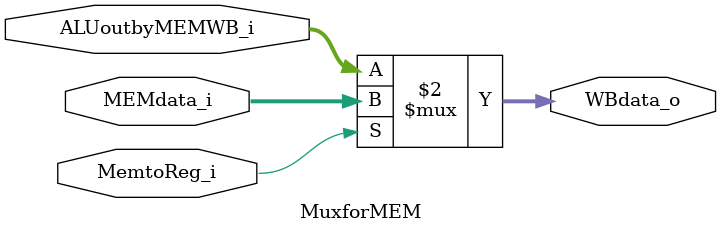
<source format=v>
module MuxforMEM (
    MemtoReg_i,
    MEMdata_i,
    ALUoutbyMEMWB_i,
    WBdata_o
);

input	[31:0]		ALUoutbyMEMWB_i, MEMdata_i;
input				MemtoReg_i;
output	[31:0]		WBdata_o;

assign	WBdata_o = (MemtoReg_i == 1'b0)?  ALUoutbyMEMWB_i : MEMdata_i;
   

endmodule
</source>
